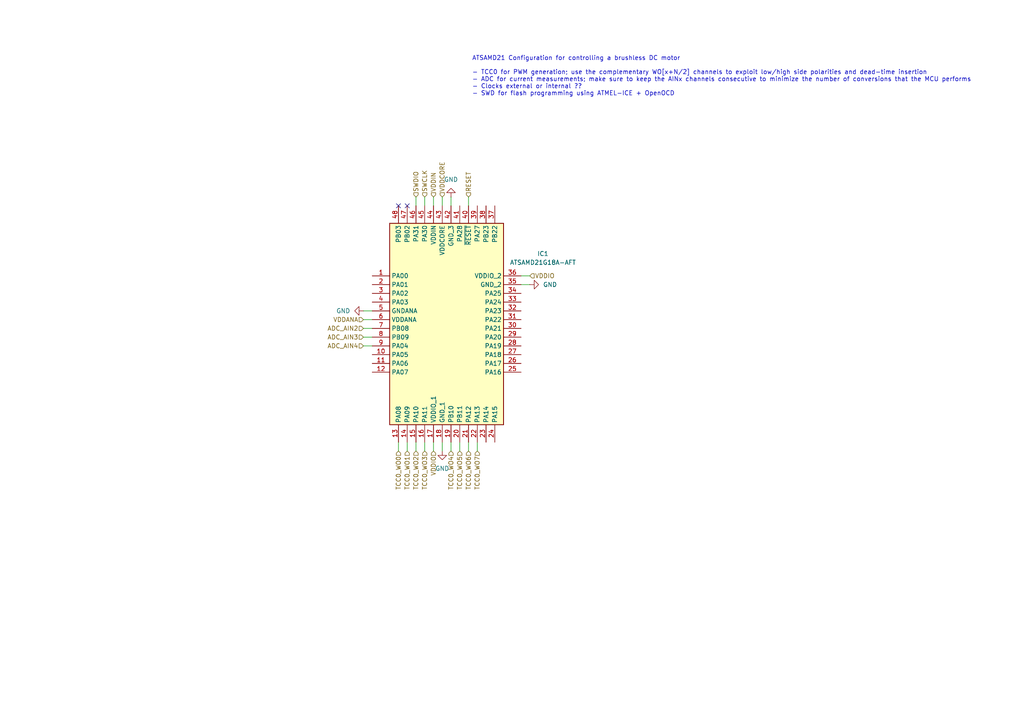
<source format=kicad_sch>
(kicad_sch (version 20250114) (generator "eeschema") (generator_version "9.0")
  (paper "A4")
  (lib_symbols
    (symbol "bldc-driver-pcb:ATSAMD21G18A-AFT"
      (property "Reference" "IC" (at -1.524 -17.272 0))
      (property "Value" "ATSAMD21G18A-AFT" (at -9.652 -19.812 0))
      (symbol "ATSAMD21G18A-AFT_1_1"
        (rectangle (start -16.51 27.94) (end 16.51 -30.48) (stroke (width 0.254)) (fill (type background)))
        (pin passive line (at -21.59 12.7 0) (length 5.08) (name "PA00") (number "1"))
        (pin passive line (at -21.59 10.16 0) (length 5.08) (name "PA01") (number "2"))
        (pin passive line (at -21.59 7.62 0) (length 5.08) (name "PA02") (number "3"))
        (pin passive line (at -21.59 5.08 0) (length 5.08) (name "PA03") (number "4"))
        (pin passive line (at -21.59 2.54 0) (length 5.08) (name "GNDANA") (number "5"))
        (pin passive line (at -21.59 0 0) (length 5.08) (name "VDDANA") (number "6"))
        (pin passive line (at -21.59 -2.54 0) (length 5.08) (name "PB08") (number "7"))
        (pin passive line (at -21.59 -5.08 0) (length 5.08) (name "PB09") (number "8"))
        (pin passive line (at -21.59 -7.62 0) (length 5.08) (name "PA04") (number "9"))
        (pin passive line (at -21.59 -10.16 0) (length 5.08) (name "PA05") (number "10"))
        (pin passive line (at -21.59 -12.7 0) (length 5.08) (name "PA06") (number "11"))
        (pin passive line (at -21.59 -15.24 0) (length 5.08) (name "PA07") (number "12"))
        (pin passive line (at -13.97 33.02 270) (length 5.08) (name "PB03") (number "48"))
        (pin passive line (at -13.97 -35.56 90) (length 5.08) (name "PA08") (number "13"))
        (pin passive line (at -11.43 33.02 270) (length 5.08) (name "PB02") (number "47"))
        (pin passive line (at -11.43 -35.56 90) (length 5.08) (name "PA09") (number "14"))
        (pin passive line (at -8.89 33.02 270) (length 5.08) (name "PA31") (number "46"))
        (pin passive line (at -8.89 -35.56 90) (length 5.08) (name "PA10") (number "15"))
        (pin passive line (at -6.35 33.02 270) (length 5.08) (name "PA30") (number "45"))
        (pin passive line (at -6.35 -35.56 90) (length 5.08) (name "PA11") (number "16"))
        (pin passive line (at -3.81 33.02 270) (length 5.08) (name "VDDIN") (number "44"))
        (pin passive line (at -3.81 -35.56 90) (length 5.08) (name "VDDIO_1") (number "17"))
        (pin passive line (at -1.27 33.02 270) (length 5.08) (name "VDDCORE") (number "43"))
        (pin passive line (at -1.27 -35.56 90) (length 5.08) (name "GND_1") (number "18"))
        (pin passive line (at 1.27 33.02 270) (length 5.08) (name "GND_3") (number "42"))
        (pin passive line (at 1.27 -35.56 90) (length 5.08) (name "PB10") (number "19"))
        (pin passive line (at 3.81 33.02 270) (length 5.08) (name "PA28") (number "41"))
        (pin passive line (at 3.81 -35.56 90) (length 5.08) (name "PB11") (number "20"))
        (pin passive line (at 6.35 33.02 270) (length 5.08) (name "~{RESET}") (number "40"))
        (pin passive line (at 6.35 -35.56 90) (length 5.08) (name "PA12") (number "21"))
        (pin passive line (at 8.89 33.02 270) (length 5.08) (name "PA27") (number "39"))
        (pin passive line (at 8.89 -35.56 90) (length 5.08) (name "PA13") (number "22"))
        (pin passive line (at 11.43 33.02 270) (length 5.08) (name "PB23") (number "38"))
        (pin passive line (at 11.43 -35.56 90) (length 5.08) (name "PA14") (number "23"))
        (pin passive line (at 13.97 33.02 270) (length 5.08) (name "PB22") (number "37"))
        (pin passive line (at 13.97 -35.56 90) (length 5.08) (name "PA15") (number "24"))
        (pin passive line (at 21.59 12.7 180) (length 5.08) (name "VDDIO_2") (number "36"))
        (pin passive line (at 21.59 10.16 180) (length 5.08) (name "GND_2") (number "35"))
        (pin passive line (at 21.59 7.62 180) (length 5.08) (name "PA25") (number "34"))
        (pin passive line (at 21.59 5.08 180) (length 5.08) (name "PA24") (number "33"))
        (pin passive line (at 21.59 2.54 180) (length 5.08) (name "PA23") (number "32"))
        (pin passive line (at 21.59 0 180) (length 5.08) (name "PA22") (number "31"))
        (pin passive line (at 21.59 -2.54 180) (length 5.08) (name "PA21") (number "30"))
        (pin passive line (at 21.59 -5.08 180) (length 5.08) (name "PA20") (number "29"))
        (pin passive line (at 21.59 -7.62 180) (length 5.08) (name "PA19") (number "28"))
        (pin passive line (at 21.59 -10.16 180) (length 5.08) (name "PA18") (number "27"))
        (pin passive line (at 21.59 -12.7 180) (length 5.08) (name "PA17") (number "26"))
        (pin passive line (at 21.59 -15.24 180) (length 5.08) (name "PA16") (number "25"))
      )
    )
    (symbol "power:GND" (power) (pin_numbers (hide yes)) (pin_names (offset 0) (hide yes))
      (property "Value" "GND" (at 0 -3.81 0))
      (symbol "GND_0_1"
        (polyline (pts (xy 0 0) (xy 0 -1.27) (xy 1.27 -1.27) (xy 0 -2.54) (xy -1.27 -1.27) (xy 0 -1.27)))
      )
      (symbol "GND_1_1"
        (pin power_in line (at 0 0 270) (length 0) (name "~") (number "1"))
      )
    )
  )
  (text "ATSAMD21 Configuration for controlling a brushless DC motor\n\n- TCC0 for PWM generation; use the complementary WO[x+N/2] channels to exploit low/high side polarities and dead-time insertion\n- ADC for current measurements; make sure to keep the AINx channels consecutive to minimize the number of conversions that the MCU performs\n- Clocks external or internal ??\n- SWD for flash programming using ATMEL-ICE + OpenOCD" (at 136.906 22.098 0) (effects (font (size 1.27 1.27)) (justify left)))
  (no_connect (at 118.11 59.69))
  (no_connect (at 115.57 59.69))
  (wire (pts (xy 105.41 92.71) (xy 107.95 92.71)))
  (wire (pts (xy 105.41 95.25) (xy 107.95 95.25)))
  (wire (pts (xy 128.27 128.27) (xy 128.27 130.81)))
  (wire (pts (xy 105.41 90.17) (xy 107.95 90.17)))
  (wire (pts (xy 138.43 130.81) (xy 138.43 128.27)))
  (wire (pts (xy 125.73 57.15) (xy 125.73 59.69)))
  (wire (pts (xy 105.41 97.79) (xy 107.95 97.79)))
  (wire (pts (xy 130.81 57.15) (xy 130.81 59.69)))
  (wire (pts (xy 105.41 100.33) (xy 107.95 100.33)))
  (wire (pts (xy 133.35 130.81) (xy 133.35 128.27)))
  (wire (pts (xy 130.81 130.81) (xy 130.81 128.27)))
  (wire (pts (xy 120.65 130.81) (xy 120.65 128.27)))
  (wire (pts (xy 123.19 130.81) (xy 123.19 128.27)))
  (wire (pts (xy 153.67 82.55) (xy 151.13 82.55)))
  (wire (pts (xy 115.57 130.81) (xy 115.57 128.27)))
  (wire (pts (xy 135.89 130.81) (xy 135.89 128.27)))
  (wire (pts (xy 120.65 57.15) (xy 120.65 59.69)))
  (wire (pts (xy 123.19 57.15) (xy 123.19 59.69)))
  (wire (pts (xy 118.11 130.81) (xy 118.11 128.27)))
  (wire (pts (xy 125.73 130.81) (xy 125.73 128.27)))
  (wire (pts (xy 128.27 57.15) (xy 128.27 59.69)))
  (wire (pts (xy 153.67 80.01) (xy 151.13 80.01)))
  (wire (pts (xy 135.89 57.15) (xy 135.89 59.69)))
  (hierarchical_label "VDDIO" (shape input) (at 153.67 80.01 0))
  (hierarchical_label "VDDANA" (shape input) (at 105.41 92.71 180))
  (hierarchical_label "TCC0_WO3" (shape input) (at 123.19 130.81 270))
  (hierarchical_label "ADC_AIN3" (shape input) (at 105.41 97.79 180))
  (hierarchical_label "TCC0_WO0" (shape input) (at 115.57 130.81 270))
  (hierarchical_label "ADC_AIN2" (shape input) (at 105.41 95.25 180))
  (hierarchical_label "TCC0_WO6" (shape input) (at 135.89 130.81 270))
  (hierarchical_label "TCC0_WO2" (shape input) (at 120.65 130.81 270))
  (hierarchical_label "TCC0_WO5" (shape input) (at 133.35 130.81 270))
  (hierarchical_label "TCC0_WO7" (shape input) (at 138.43 130.81 270))
  (hierarchical_label "TCC0_WO1" (shape input) (at 118.11 130.81 270))
  (hierarchical_label "SWDIO" (shape input) (at 120.65 57.15 90))
  (hierarchical_label "RESET" (shape input) (at 135.89 57.15 90))
  (hierarchical_label "TCC0_WO4" (shape input) (at 130.81 130.81 270))
  (hierarchical_label "VDDCORE" (shape input) (at 128.27 57.15 90))
  (hierarchical_label "VDDIO" (shape input) (at 125.73 130.81 270))
  (hierarchical_label "VDDIN" (shape input) (at 125.73 57.15 90))
  (hierarchical_label "ADC_AIN4" (shape input) (at 105.41 100.33 180))
  (hierarchical_label "SWCLK" (shape input) (at 123.19 57.15 90))
  (symbol (lib_id "power:GND") (at 130.81 57.15 180) (unit 1)
    (property "Reference" "#PWR03" (effects (hide yes)))
    (property "Value" "GND" (at 130.81 52.07 0))
    (property "Description" "Power symbol creates a global label with name \"GND\" , ground" (effects (hide yes)))
  )
  (symbol (lib_id "bldc-driver-pcb:ATSAMD21G18A-AFT") (at 129.54 92.71 0) (unit 1)
    (property "Reference" "IC1" (at 157.48 73.5898 0))
    (property "Value" "ATSAMD21G18A-AFT" (at 157.48 76.1298 0))
    (property "Footprint" "bldc-driver-pcb:ATSAMD21G18A-QFP" (effects (hide yes)))
    (property "Description" "ARM Microcontrollers - MCU 48TQFP 125C, GREEN,1.6-3.6V,48MHz" (effects (hide yes)))
    (property "Height" "1.2" (effects (hide yes)))
    (property "Mouser Part Number" "556-ATSAMD21G18A-AFT" (effects (hide yes)))
    (property "Mouser Price/Stock" "https://www.mouser.co.uk/ProductDetail/Microchip-Technology/ATSAMD21G18A-AFT?qs=9KdFJXLqUo%2Fwk8RauImmQg%3D%3D" (effects (hide yes)))
    (property "Manufacturer_Name" "Microchip" (effects (hide yes)))
    (property "Manufacturer_Part_Number" "ATSAMD21G18A-AFT" (effects (hide yes)))
  )
  (symbol (lib_id "power:GND") (at 128.27 130.81 0) (unit 1)
    (property "Reference" "#PWR01" (effects (hide yes)))
    (property "Value" "GND" (at 128.27 135.89 0))
    (property "Description" "Power symbol creates a global label with name \"GND\" , ground" (effects (hide yes)))
  )
  (symbol (lib_id "power:GND") (at 153.67 82.55 90) (unit 1)
    (property "Reference" "#PWR02" (effects (hide yes)))
    (property "Value" "GND" (at 157.48 82.5499 90) (effects (justify right)))
    (property "Description" "Power symbol creates a global label with name \"GND\" , ground" (effects (hide yes)))
  )
  (symbol (lib_id "power:GND") (at 105.41 90.17 270) (unit 1)
    (property "Reference" "#PWR05" (effects (hide yes)))
    (property "Value" "GND" (at 101.6 90.1699 90) (effects (justify right)))
    (property "Description" "Power symbol creates a global label with name \"GND\" , ground" (effects (hide yes)))
  )
)
</source>
